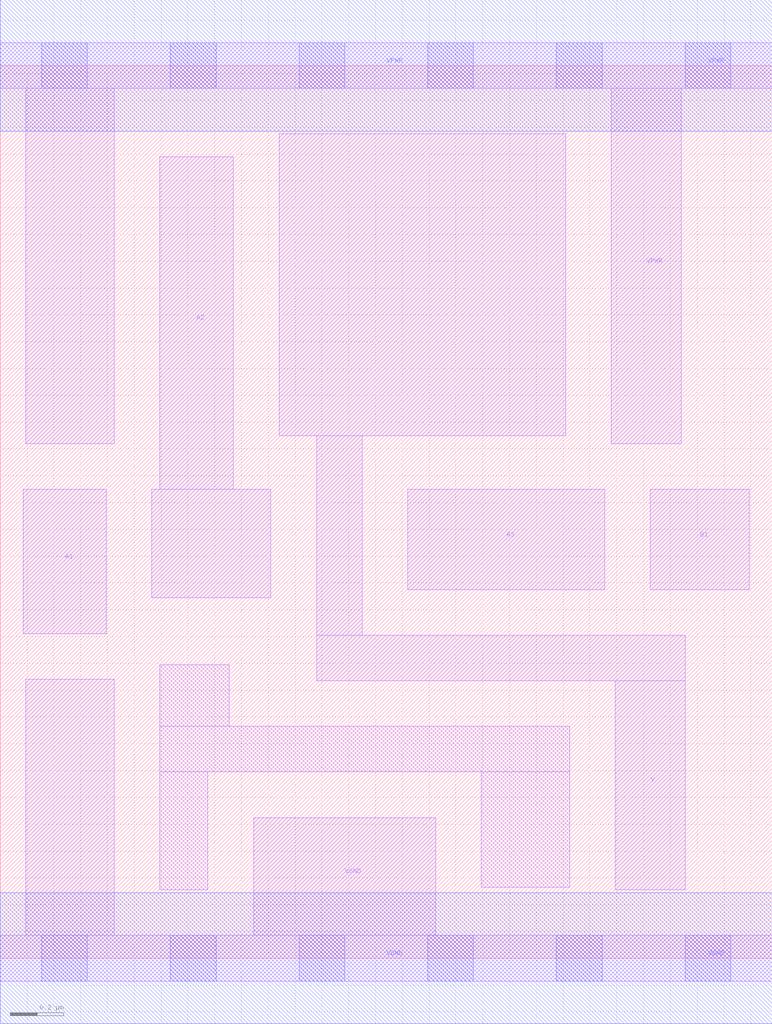
<source format=lef>
# Copyright 2020 The SkyWater PDK Authors
#
# Licensed under the Apache License, Version 2.0 (the "License");
# you may not use this file except in compliance with the License.
# You may obtain a copy of the License at
#
#     https://www.apache.org/licenses/LICENSE-2.0
#
# Unless required by applicable law or agreed to in writing, software
# distributed under the License is distributed on an "AS IS" BASIS,
# WITHOUT WARRANTIES OR CONDITIONS OF ANY KIND, either express or implied.
# See the License for the specific language governing permissions and
# limitations under the License.
#
# SPDX-License-Identifier: Apache-2.0

VERSION 5.7 ;
  NAMESCASESENSITIVE ON ;
  NOWIREEXTENSIONATPIN ON ;
  DIVIDERCHAR "/" ;
  BUSBITCHARS "[]" ;
UNITS
  DATABASE MICRONS 200 ;
END UNITS
MACRO sky130_fd_sc_lp__o31ai_1
  CLASS CORE ;
  SOURCE USER ;
  FOREIGN sky130_fd_sc_lp__o31ai_1 ;
  ORIGIN  0.000000  0.000000 ;
  SIZE  2.880000 BY  3.330000 ;
  SYMMETRY X Y R90 ;
  SITE unit ;
  PIN A1
    ANTENNAGATEAREA  0.315000 ;
    DIRECTION INPUT ;
    USE SIGNAL ;
    PORT
      LAYER li1 ;
        RECT 0.085000 1.210000 0.395000 1.750000 ;
    END
  END A1
  PIN A2
    ANTENNAGATEAREA  0.315000 ;
    DIRECTION INPUT ;
    USE SIGNAL ;
    PORT
      LAYER li1 ;
        RECT 0.565000 1.345000 1.010000 1.750000 ;
        RECT 0.595000 1.750000 0.870000 2.990000 ;
    END
  END A2
  PIN A3
    ANTENNAGATEAREA  0.315000 ;
    DIRECTION INPUT ;
    USE SIGNAL ;
    PORT
      LAYER li1 ;
        RECT 1.520000 1.375000 2.255000 1.750000 ;
    END
  END A3
  PIN B1
    ANTENNAGATEAREA  0.315000 ;
    DIRECTION INPUT ;
    USE SIGNAL ;
    PORT
      LAYER li1 ;
        RECT 2.425000 1.375000 2.795000 1.750000 ;
    END
  END B1
  PIN Y
    ANTENNADIFFAREA  1.022700 ;
    DIRECTION OUTPUT ;
    USE SIGNAL ;
    PORT
      LAYER li1 ;
        RECT 1.040000 1.950000 2.110000 3.075000 ;
        RECT 1.180000 1.035000 2.555000 1.205000 ;
        RECT 1.180000 1.205000 1.350000 1.950000 ;
        RECT 2.295000 0.255000 2.555000 1.035000 ;
    END
  END Y
  PIN VGND
    DIRECTION INOUT ;
    USE GROUND ;
    PORT
      LAYER li1 ;
        RECT 0.000000 -0.085000 2.880000 0.085000 ;
        RECT 0.095000  0.085000 0.425000 1.040000 ;
        RECT 0.945000  0.085000 1.625000 0.525000 ;
      LAYER mcon ;
        RECT 0.155000 -0.085000 0.325000 0.085000 ;
        RECT 0.635000 -0.085000 0.805000 0.085000 ;
        RECT 1.115000 -0.085000 1.285000 0.085000 ;
        RECT 1.595000 -0.085000 1.765000 0.085000 ;
        RECT 2.075000 -0.085000 2.245000 0.085000 ;
        RECT 2.555000 -0.085000 2.725000 0.085000 ;
      LAYER met1 ;
        RECT 0.000000 -0.245000 2.880000 0.245000 ;
    END
  END VGND
  PIN VPWR
    DIRECTION INOUT ;
    USE POWER ;
    PORT
      LAYER li1 ;
        RECT 0.000000 3.245000 2.880000 3.415000 ;
        RECT 0.095000 1.920000 0.425000 3.245000 ;
        RECT 2.280000 1.920000 2.540000 3.245000 ;
      LAYER mcon ;
        RECT 0.155000 3.245000 0.325000 3.415000 ;
        RECT 0.635000 3.245000 0.805000 3.415000 ;
        RECT 1.115000 3.245000 1.285000 3.415000 ;
        RECT 1.595000 3.245000 1.765000 3.415000 ;
        RECT 2.075000 3.245000 2.245000 3.415000 ;
        RECT 2.555000 3.245000 2.725000 3.415000 ;
      LAYER met1 ;
        RECT 0.000000 3.085000 2.880000 3.575000 ;
    END
  END VPWR
  OBS
    LAYER li1 ;
      RECT 0.595000 0.255000 0.775000 0.695000 ;
      RECT 0.595000 0.695000 2.125000 0.865000 ;
      RECT 0.595000 0.865000 0.855000 1.095000 ;
      RECT 1.795000 0.265000 2.125000 0.695000 ;
  END
END sky130_fd_sc_lp__o31ai_1

</source>
